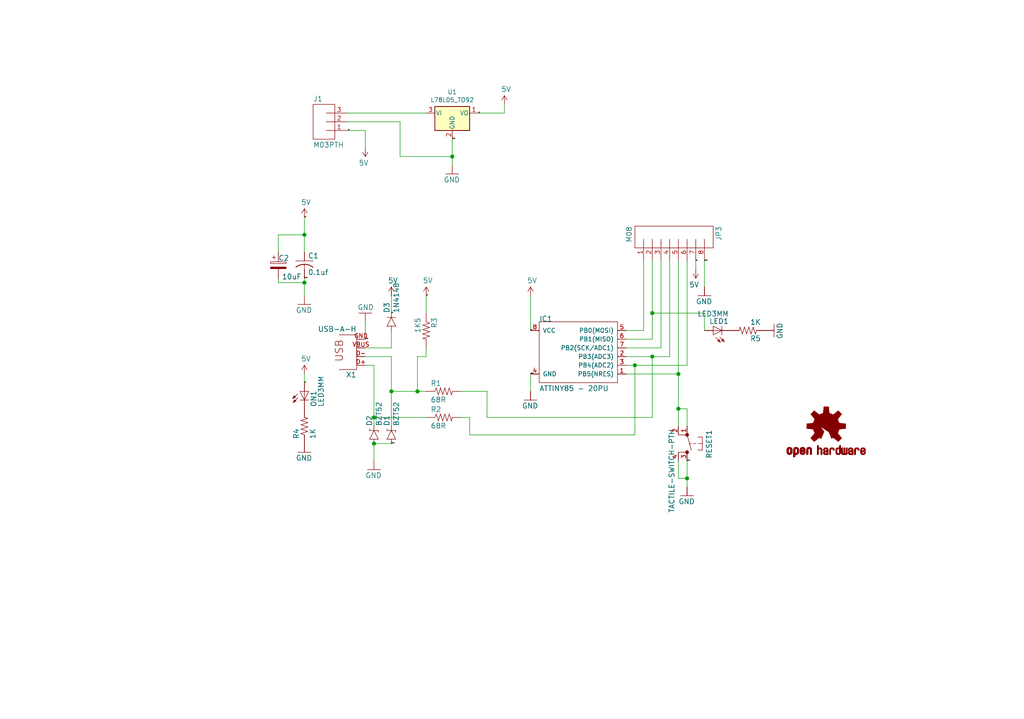
<source format=kicad_sch>
(kicad_sch (version 20200828) (generator eeschema)
  (page 1 1)
  (paper "User" 299.06 210.007)
  (lib_symbols
    (symbol "Device:CP" (pin_numbers hide) (pin_names (offset 0.254))
      (property "Reference" "C" (at 0.635 2.54 0))
      (property "Value" "CP" (at 0.635 -2.54 0))
      (symbol "CP_1_1"
        (pin passive line (at 0 3.81 270) (length 2.794) (name "~") (number "1"))
        (pin passive line (at 0 -3.81 90) (length 2.794) (name "~") (number "2"))
      )
    )
    (symbol "Franzininho-eagle-import:5V" (power) (pin_names (offset 1.016))
      (property "Value" "5V" (at -1.016 3.556 0))
      (symbol "5V_1_0"
        (pin power_in line (at 0 0 90) (length 2.54) (name "5V") (number "1"))
      )
    )
    (symbol "Franzininho-eagle-import:ATTINY45TINY45-20-DIP" (pin_names (offset 1.016))
      (property "Reference" "U" (at -12.7 10.16 0))
      (property "Value" "ATTINY45TINY45-20-DIP" (at -12.7 -10.16 0))
      (symbol "ATTINY45TINY45-20-DIP_1_0"
        (pin unspecified line (at 12.7 -5.08 180) (length 2.54) (name "PB5(NRES)") (number "1"))
        (pin unspecified line (at 12.7 0 180) (length 2.54) (name "PB3(ADC3)") (number "2"))
        (pin unspecified line (at 12.7 -2.54 180) (length 2.54) (name "PB4(ADC2)") (number "3"))
        (pin unspecified line (at -15.24 -5.08 0) (length 2.54) (name "GND") (number "4"))
        (pin unspecified line (at 12.7 7.62 180) (length 2.54) (name "PB0(MOSI)") (number "5"))
        (pin unspecified line (at 12.7 5.08 180) (length 2.54) (name "PB1(MISO)") (number "6"))
        (pin unspecified line (at 12.7 2.54 180) (length 2.54) (name "PB2(SCK/ADC1)") (number "7"))
        (pin unspecified line (at -15.24 7.62 0) (length 2.54) (name "VCC") (number "8"))
      )
    )
    (symbol "Franzininho-eagle-import:C-US025-025X050" (pin_names (offset 1.016))
      (property "Reference" "C" (at 1.016 0.635 0))
      (property "Value" "C-US025-025X050" (at 1.016 -4.191 0))
      (symbol "C-US025-025X050_1_0"
        (pin passive line (at 0 2.54 270) (length 2.54) (name "1") (number "1"))
        (pin passive line (at 0 -5.08 90) (length 2.54) (name "2") (number "2"))
      )
    )
    (symbol "Franzininho-eagle-import:DIODE-ZENER" (pin_names (offset 1.016))
      (property "Reference" "D" (at 2.54 0.4826 0))
      (property "Value" "DIODE-ZENER" (at 2.54 -2.3114 0))
      (symbol "DIODE-ZENER_1_0"
        (pin passive line (at -2.54 0 0) (length 0) (name "A") (number "A"))
        (pin passive line (at 2.54 0 180) (length 0) (name "C") (number "C"))
      )
    )
    (symbol "Franzininho-eagle-import:DIODE1N4148" (pin_names (offset 1.016))
      (property "Reference" "D" (at 2.54 0.4826 0))
      (property "Value" "DIODE1N4148" (at 2.54 -2.3114 0))
      (symbol "DIODE1N4148_1_0"
        (pin passive line (at -2.54 0 0) (length 0) (name "A") (number "A"))
        (pin passive line (at 2.54 0 180) (length 0) (name "C") (number "C"))
      )
    )
    (symbol "Franzininho-eagle-import:GND" (power) (pin_names (offset 1.016))
      (property "Value" "GND" (at -2.54 -2.54 0))
      (symbol "GND_1_0"
        (pin power_in line (at 0 2.54 270) (length 2.54) (name "GND") (number "1"))
      )
    )
    (symbol "Franzininho-eagle-import:LED3MM" (pin_names (offset 1.016))
      (property "Reference" "LED" (at 3.556 -4.572 90))
      (property "Value" "LED3MM" (at 5.715 -4.572 90))
      (symbol "LED3MM_1_0"
        (pin passive line (at 0 2.54 270) (length 2.54) (name "A") (number "A"))
        (pin passive line (at 0 -5.08 90) (length 2.54) (name "C") (number "K"))
      )
    )
    (symbol "Franzininho-eagle-import:M03PTH" (pin_names (offset 1.016))
      (property "Reference" "J" (at -2.54 5.842 0))
      (property "Value" "M03PTH" (at -2.54 -7.62 0))
      (symbol "M03PTH_1_0"
        (pin passive line (at 7.62 -2.54 180) (length 5.08) (name "1") (number "1"))
        (pin passive line (at 7.62 0 180) (length 5.08) (name "2") (number "2"))
        (pin passive line (at 7.62 2.54 180) (length 5.08) (name "3") (number "3"))
      )
    )
    (symbol "Franzininho-eagle-import:M08" (pin_names (offset 1.016))
      (property "Reference" "J" (at -5.08 13.462 0))
      (property "Value" "M08" (at -5.08 -12.7 0))
      (symbol "M08_1_0"
        (pin passive line (at 5.08 -7.62 180) (length 5.08) (name "1") (number "1"))
        (pin passive line (at 5.08 -5.08 180) (length 5.08) (name "2") (number "2"))
        (pin passive line (at 5.08 -2.54 180) (length 5.08) (name "3") (number "3"))
        (pin passive line (at 5.08 0 180) (length 5.08) (name "4") (number "4"))
        (pin passive line (at 5.08 2.54 180) (length 5.08) (name "5") (number "5"))
        (pin passive line (at 5.08 5.08 180) (length 5.08) (name "6") (number "6"))
        (pin passive line (at 5.08 7.62 180) (length 5.08) (name "7") (number "7"))
        (pin passive line (at 5.08 10.16 180) (length 5.08) (name "8") (number "8"))
      )
    )
    (symbol "Franzininho-eagle-import:OSHW-LOGOM" (pin_names (offset 1.016)))
    (symbol "Franzininho-eagle-import:RESISTORPTH-1_4W" (pin_names (offset 1.016))
      (property "Reference" "R" (at -3.81 1.4986 0))
      (property "Value" "RESISTORPTH-1_4W" (at -3.81 -3.302 0))
      (symbol "RESISTORPTH-1_4W_1_0"
        (pin passive line (at -5.08 0 0) (length 2.54) (name "1") (number "P$1"))
        (pin passive line (at 5.08 0 180) (length 2.54) (name "2") (number "P$2"))
      )
    )
    (symbol "Franzininho-eagle-import:TACTILE-SWITCH-PTH" (pin_names (offset 1.016))
      (property "Value" "TACTILE-SWITCH-PTH" (at -4.318 -5.334 0))
      (symbol "TACTILE-SWITCH-PTH_1_0"
        (pin passive line (at -5.08 0 0) (length 2.54) (name "1") (number "1"))
        (pin passive line (at -5.08 -2.54 0) (length 2.54) (name "2") (number "2"))
        (pin passive line (at 5.08 0 180) (length 2.54) (name "3") (number "3"))
        (pin passive line (at 5.08 -2.54 180) (length 2.54) (name "4") (number "4"))
      )
    )
    (symbol "Franzininho-eagle-import:USB-A-H" (pin_names (offset 1.016))
      (property "Reference" "J" (at 0 9.525 0))
      (property "Value" "USB-A-H" (at 0 -3.81 0))
      (symbol "USB-A-H_1_0"
        (text "USB" (at 3.81 0 900) (effects (font (size 2.159 2.159)) (justify left bottom)))
        (pin unspecified line (at -2.54 7.62 0) (length 2.54) (name "D+") (number "D+"))
        (pin unspecified line (at -2.54 5.08 0) (length 2.54) (name "D-") (number "D-"))
        (pin unspecified line (at -2.54 0 0) (length 2.54) (name "GND") (number "GND"))
        (pin unspecified line (at -2.54 2.54 0) (length 2.54) (name "VBUS") (number "VBUS"))
      )
    )
    (symbol "Regulator_Linear:L78L05_TO92" (pin_names (offset 0.254))
      (property "Reference" "U" (at -3.81 3.175 0))
      (property "Value" "L78L05_TO92" (at 0 3.175 0))
      (symbol "L78L05_TO92_1_1"
        (pin power_out line (at 7.62 0 180) (length 2.54) (name "VO") (number "1"))
        (pin power_in line (at 0 -7.62 90) (length 2.54) (name "GND") (number "2"))
        (pin power_in line (at -7.62 0 0) (length 2.54) (name "VI") (number "3"))
      )
    )
  )
  (junction (at 88.9 68.58) (diameter 1.016))
  (junction (at 88.9 82.55) (diameter 1.016))
  (junction (at 109.22 121.92) (diameter 1.016))
  (junction (at 109.22 129.54) (diameter 1.016))
  (junction (at 114.3 114.3) (diameter 1.016))
  (junction (at 121.92 114.3) (diameter 1.016))
  (junction (at 132.08 45.72) (diameter 1.016))
  (junction (at 185.42 106.68) (diameter 1.016))
  (junction (at 190.5 91.44) (diameter 1.016))
  (junction (at 190.5 104.14) (diameter 1.016))
  (junction (at 198.12 109.22) (diameter 1.016))
  (junction (at 198.12 119.38) (diameter 1.016))
  (junction (at 200.66 139.7) (diameter 1.016))
  (wire (pts (xy 81.28 68.58) (xy 88.9 68.58)))
  (wire (pts (xy 81.28 73.66) (xy 81.28 68.58)))
  (wire (pts (xy 81.28 81.28) (xy 81.28 82.55)))
  (wire (pts (xy 81.28 82.55) (xy 88.9 82.55)))
  (wire (pts (xy 88.9 63.5) (xy 88.9 68.58)))
  (wire (pts (xy 88.9 68.58) (xy 88.9 73.66)))
  (wire (pts (xy 88.9 81.28) (xy 88.9 82.55)))
  (wire (pts (xy 88.9 82.55) (xy 88.9 86.36)))
  (wire (pts (xy 88.9 111.76) (xy 88.9 109.22)))
  (wire (pts (xy 101.6 35.56) (xy 116.84 35.56)))
  (wire (pts (xy 101.6 38.1) (xy 106.68 38.1)))
  (wire (pts (xy 106.68 38.1) (xy 106.68 43.18)))
  (wire (pts (xy 106.68 99.06) (xy 106.68 93.98)))
  (wire (pts (xy 106.68 101.6) (xy 114.3 101.6)))
  (wire (pts (xy 106.68 104.14) (xy 114.3 104.14)))
  (wire (pts (xy 106.68 106.68) (xy 109.22 106.68)))
  (wire (pts (xy 109.22 106.68) (xy 109.22 121.92)))
  (wire (pts (xy 109.22 121.92) (xy 124.46 121.92)))
  (wire (pts (xy 109.22 124.46) (xy 109.22 121.92)))
  (wire (pts (xy 109.22 129.54) (xy 109.22 134.62)))
  (wire (pts (xy 114.3 91.44) (xy 114.3 86.36)))
  (wire (pts (xy 114.3 96.52) (xy 114.3 101.6)))
  (wire (pts (xy 114.3 114.3) (xy 114.3 104.14)))
  (wire (pts (xy 114.3 114.3) (xy 121.92 114.3)))
  (wire (pts (xy 114.3 124.46) (xy 114.3 114.3)))
  (wire (pts (xy 114.3 129.54) (xy 109.22 129.54)))
  (wire (pts (xy 116.84 35.56) (xy 116.84 45.72)))
  (wire (pts (xy 116.84 45.72) (xy 132.08 45.72)))
  (wire (pts (xy 121.92 104.14) (xy 124.46 104.14)))
  (wire (pts (xy 121.92 114.3) (xy 121.92 104.14)))
  (wire (pts (xy 121.92 114.3) (xy 124.46 114.3)))
  (wire (pts (xy 124.46 33.02) (xy 101.6 33.02)))
  (wire (pts (xy 124.46 86.36) (xy 124.46 91.44)))
  (wire (pts (xy 124.46 104.14) (xy 124.46 101.6)))
  (wire (pts (xy 132.08 40.64) (xy 132.08 45.72)))
  (wire (pts (xy 132.08 45.72) (xy 132.08 48.26)))
  (wire (pts (xy 134.62 121.92) (xy 137.16 121.92)))
  (wire (pts (xy 137.16 121.92) (xy 137.16 127)))
  (wire (pts (xy 137.16 127) (xy 185.42 127)))
  (wire (pts (xy 142.24 114.3) (xy 134.62 114.3)))
  (wire (pts (xy 142.24 121.92) (xy 142.24 114.3)))
  (wire (pts (xy 147.32 33.02) (xy 139.7 33.02)))
  (wire (pts (xy 147.32 33.02) (xy 147.32 30.48)))
  (wire (pts (xy 154.94 96.52) (xy 154.94 86.36)))
  (wire (pts (xy 154.94 109.22) (xy 154.94 114.3)))
  (wire (pts (xy 182.88 96.52) (xy 187.96 96.52)))
  (wire (pts (xy 182.88 99.06) (xy 190.5 99.06)))
  (wire (pts (xy 182.88 101.6) (xy 193.04 101.6)))
  (wire (pts (xy 182.88 104.14) (xy 190.5 104.14)))
  (wire (pts (xy 182.88 106.68) (xy 185.42 106.68)))
  (wire (pts (xy 182.88 109.22) (xy 198.12 109.22)))
  (wire (pts (xy 185.42 106.68) (xy 185.42 127)))
  (wire (pts (xy 187.96 76.2) (xy 187.96 96.52)))
  (wire (pts (xy 190.5 76.2) (xy 190.5 91.44)))
  (wire (pts (xy 190.5 99.06) (xy 190.5 91.44)))
  (wire (pts (xy 190.5 104.14) (xy 190.5 121.92)))
  (wire (pts (xy 190.5 104.14) (xy 195.58 104.14)))
  (wire (pts (xy 190.5 121.92) (xy 142.24 121.92)))
  (wire (pts (xy 193.04 76.2) (xy 193.04 101.6)))
  (wire (pts (xy 195.58 76.2) (xy 195.58 104.14)))
  (wire (pts (xy 198.12 76.2) (xy 198.12 109.22)))
  (wire (pts (xy 198.12 119.38) (xy 198.12 109.22)))
  (wire (pts (xy 198.12 124.46) (xy 198.12 119.38)))
  (wire (pts (xy 198.12 134.62) (xy 198.12 139.7)))
  (wire (pts (xy 198.12 139.7) (xy 200.66 139.7)))
  (wire (pts (xy 200.66 76.2) (xy 200.66 106.68)))
  (wire (pts (xy 200.66 106.68) (xy 185.42 106.68)))
  (wire (pts (xy 200.66 119.38) (xy 198.12 119.38)))
  (wire (pts (xy 200.66 124.46) (xy 200.66 119.38)))
  (wire (pts (xy 200.66 134.62) (xy 200.66 139.7)))
  (wire (pts (xy 200.66 139.7) (xy 200.66 142.24)))
  (wire (pts (xy 203.2 76.2) (xy 203.2 78.74)))
  (wire (pts (xy 205.74 76.2) (xy 205.74 83.82)))
  (wire (pts (xy 205.74 91.44) (xy 190.5 91.44)))
  (wire (pts (xy 205.74 91.44) (xy 205.74 96.52)))
  (label "5V" (at 88.9 63.5 0) (effects (font (size 0.254 0.254))))
  (label "GND" (at 88.9 81.28 0) (effects (font (size 0.254 0.254))))
  (label "5V" (at 88.9 111.76 0) (effects (font (size 0.254 0.254))))
  (label "5V" (at 101.6 38.1 0) (effects (font (size 0.254 0.254))))
  (label "GND" (at 106.68 99.06 0) (effects (font (size 0.254 0.254))))
  (label "5V" (at 114.3 91.44 0) (effects (font (size 0.254 0.254))))
  (label "GND" (at 114.3 129.54 0) (effects (font (size 0.254 0.254))))
  (label "5V" (at 124.46 86.36 0) (effects (font (size 0.254 0.254))))
  (label "GND" (at 132.08 40.64 0) (effects (font (size 0.254 0.254))))
  (label "5V" (at 139.7 33.02 0) (effects (font (size 0.254 0.254))))
  (label "5V" (at 154.94 96.52 0) (effects (font (size 0.254 0.254))))
  (label "GND" (at 154.94 109.22 0) (effects (font (size 0.254 0.254))))
  (label "GND" (at 200.66 134.62 0) (effects (font (size 0.254 0.254))))
  (label "5V" (at 203.2 76.2 0) (effects (font (size 0.254 0.254))))
  (label "GND" (at 205.74 76.2 0) (effects (font (size 0.254 0.254))))
  (symbol (lib_id "Franzininho-eagle-import:5V") (at 88.9 63.5 0) (unit 1)
    (property "Reference" "#U$05" (effects hide))
    (property "Value" "5V" (at 87.884 59.944 0) (effects (font (size 1.4986 1.4986)) (justify left bottom)))
  )
  (symbol (lib_id "Franzininho-eagle-import:5V") (at 88.9 109.22 0) (unit 1)
    (property "Reference" "#U$07" (effects hide))
    (property "Value" "5V" (at 87.884 105.664 0) (effects (font (size 1.4986 1.4986)) (justify left bottom)))
  )
  (symbol (lib_id "Franzininho-eagle-import:5V") (at 106.68 43.18 180) (unit 1)
    (property "Reference" "#U$08" (effects hide))
    (property "Value" "5V" (at 107.696 46.736 0) (effects (font (size 1.4986 1.4986)) (justify left bottom)))
  )
  (symbol (lib_id "Franzininho-eagle-import:5V") (at 114.3 86.36 0) (unit 1)
    (property "Reference" "#U$01" (effects hide))
    (property "Value" "5V" (at 113.284 82.804 0) (effects (font (size 1.4986 1.4986)) (justify left bottom)))
  )
  (symbol (lib_id "Franzininho-eagle-import:5V") (at 124.46 86.36 0) (unit 1)
    (property "Reference" "#U$03" (effects hide))
    (property "Value" "5V" (at 123.444 82.804 0) (effects (font (size 1.4986 1.4986)) (justify left bottom)))
  )
  (symbol (lib_id "Franzininho-eagle-import:5V") (at 147.32 30.48 0) (unit 1)
    (property "Reference" "#U$06" (effects hide))
    (property "Value" "5V" (at 146.304 26.924 0) (effects (font (size 1.4986 1.4986)) (justify left bottom)))
  )
  (symbol (lib_id "Franzininho-eagle-import:5V") (at 154.94 86.36 0) (unit 1)
    (property "Reference" "#U$02" (effects hide))
    (property "Value" "5V" (at 153.924 82.804 0) (effects (font (size 1.4986 1.4986)) (justify left bottom)))
  )
  (symbol (lib_id "Franzininho-eagle-import:5V") (at 203.2 78.74 180) (unit 1)
    (property "Reference" "#U$04" (effects hide))
    (property "Value" "5V" (at 204.216 82.296 0) (effects (font (size 1.4986 1.4986)) (justify left bottom)))
  )
  (symbol (lib_id "Franzininho-eagle-import:DIODE-ZENER") (at 109.22 127 90) (unit 1)
    (property "Reference" "D2" (at 108.7374 124.46 0) (effects (font (size 1.4986 1.4986)) (justify left bottom)))
    (property "Value" "BZT52" (at 111.5314 124.46 0) (effects (font (size 1.4986 1.4986)) (justify left bottom)))
    (property "Footprint" "Franzininho:DIODE-BZT52" (effects hide))
  )
  (symbol (lib_id "Franzininho-eagle-import:DIODE1N4148") (at 114.3 93.98 90) (unit 1)
    (property "Reference" "D3" (at 113.8174 91.44 0) (effects (font (size 1.4986 1.4986)) (justify left bottom)))
    (property "Value" "1N4148" (at 116.6114 91.44 0) (effects (font (size 1.4986 1.4986)) (justify left bottom)))
    (property "Footprint" "Franzininho:DIODE-1N4148" (effects hide))
  )
  (symbol (lib_id "Franzininho-eagle-import:DIODE-ZENER") (at 114.3 127 90) (unit 1)
    (property "Reference" "D1" (at 113.8174 124.46 0) (effects (font (size 1.4986 1.4986)) (justify left bottom)))
    (property "Value" "BZT52" (at 116.6114 124.46 0) (effects (font (size 1.4986 1.4986)) (justify left bottom)))
    (property "Footprint" "Franzininho:DIODE-BZT52" (effects hide))
  )
  (symbol (lib_id "Franzininho-eagle-import:GND") (at 88.9 88.9 0) (unit 1)
    (property "Reference" "#GND013" (effects hide))
    (property "Value" "GND" (at 86.36 91.44 0) (effects (font (size 1.4986 1.4986)) (justify left bottom)))
  )
  (symbol (lib_id "Franzininho-eagle-import:GND") (at 88.9 132.08 0) (unit 1)
    (property "Reference" "#GND012" (effects hide))
    (property "Value" "GND" (at 86.36 134.62 0) (effects (font (size 1.4986 1.4986)) (justify left bottom)))
  )
  (symbol (lib_id "Franzininho-eagle-import:GND") (at 106.68 91.44 180) (unit 1)
    (property "Reference" "#GND01" (effects hide))
    (property "Value" "GND" (at 109.22 88.9 0) (effects (font (size 1.4986 1.4986)) (justify left bottom)))
  )
  (symbol (lib_id "Franzininho-eagle-import:GND") (at 109.22 137.16 0) (unit 1)
    (property "Reference" "#GND03" (effects hide))
    (property "Value" "GND" (at 106.68 139.7 0) (effects (font (size 1.4986 1.4986)) (justify left bottom)))
  )
  (symbol (lib_id "Franzininho-eagle-import:GND") (at 132.08 50.8 0) (unit 1)
    (property "Reference" "#GND07" (effects hide))
    (property "Value" "GND" (at 129.54 53.34 0) (effects (font (size 1.4986 1.4986)) (justify left bottom)))
  )
  (symbol (lib_id "Franzininho-eagle-import:GND") (at 154.94 116.84 0) (unit 1)
    (property "Reference" "#GND02" (effects hide))
    (property "Value" "GND" (at 152.4 119.38 0) (effects (font (size 1.4986 1.4986)) (justify left bottom)))
  )
  (symbol (lib_id "Franzininho-eagle-import:GND") (at 200.66 144.78 0) (unit 1)
    (property "Reference" "#GND05" (effects hide))
    (property "Value" "GND" (at 198.12 147.32 0) (effects (font (size 1.4986 1.4986)) (justify left bottom)))
  )
  (symbol (lib_id "Franzininho-eagle-import:GND") (at 205.74 86.36 0) (unit 1)
    (property "Reference" "#GND04" (effects hide))
    (property "Value" "GND" (at 203.2 88.9 0) (effects (font (size 1.4986 1.4986)) (justify left bottom)))
  )
  (symbol (lib_id "Franzininho-eagle-import:GND") (at 226.06 96.52 90) (unit 1)
    (property "Reference" "#GND06" (effects hide))
    (property "Value" "GND" (at 228.6 99.06 0) (effects (font (size 1.4986 1.4986)) (justify left bottom)))
  )
  (symbol (lib_id "Franzininho-eagle-import:RESISTORPTH-1_4W") (at 88.9 124.46 90) (unit 1)
    (property "Reference" "R4" (at 87.4014 128.27 0) (effects (font (size 1.4986 1.4986)) (justify left bottom)))
    (property "Value" "1K" (at 92.202 128.27 0) (effects (font (size 1.4986 1.4986)) (justify left bottom)))
    (property "Footprint" "Franzininho:AXIAL-0.4" (effects hide))
  )
  (symbol (lib_id "Franzininho-eagle-import:RESISTORPTH-1_4W") (at 124.46 96.52 270) (unit 1)
    (property "Reference" "R3" (at 125.9586 92.71 0) (effects (font (size 1.4986 1.4986)) (justify left bottom)))
    (property "Value" "1K5" (at 121.158 92.71 0) (effects (font (size 1.4986 1.4986)) (justify left bottom)))
    (property "Footprint" "Franzininho:AXIAL-0.4" (effects hide))
  )
  (symbol (lib_id "Franzininho-eagle-import:RESISTORPTH-1_4W") (at 129.54 114.3 0) (unit 1)
    (property "Reference" "R1" (at 125.73 112.8014 0) (effects (font (size 1.4986 1.4986)) (justify left bottom)))
    (property "Value" "68R" (at 125.73 117.602 0) (effects (font (size 1.4986 1.4986)) (justify left bottom)))
    (property "Footprint" "Franzininho:AXIAL-0.4" (effects hide))
  )
  (symbol (lib_id "Franzininho-eagle-import:RESISTORPTH-1_4W") (at 129.54 121.92 0) (unit 1)
    (property "Reference" "R2" (at 125.73 120.4214 0) (effects (font (size 1.4986 1.4986)) (justify left bottom)))
    (property "Value" "68R" (at 125.73 125.222 0) (effects (font (size 1.4986 1.4986)) (justify left bottom)))
    (property "Footprint" "Franzininho:AXIAL-0.4" (effects hide))
  )
  (symbol (lib_id "Franzininho-eagle-import:RESISTORPTH-1_4W") (at 218.44 96.52 180) (unit 1)
    (property "Reference" "R5" (at 222.25 98.0186 0) (effects (font (size 1.4986 1.4986)) (justify left bottom)))
    (property "Value" "1K" (at 222.25 93.218 0) (effects (font (size 1.4986 1.4986)) (justify left bottom)))
    (property "Footprint" "Franzininho:AXIAL-0.4" (effects hide))
  )
  (symbol (lib_id "Device:CP") (at 81.28 77.47 0) (unit 1)
    (property "Reference" "C2" (at 81.28 76.2 0) (effects (font (size 1.4986 1.4986)) (justify left bottom)))
    (property "Value" "10uF" (at 82.296 81.661 0) (effects (font (size 1.4986 1.4986)) (justify left bottom)))
    (property "Footprint" "Capacitors_THT:CP_Radial_D5.0mm_P2.50mm" (effects hide))
  )
  (symbol (lib_id "Franzininho-eagle-import:LED3MM") (at 88.9 114.3 0) (unit 1)
    (property "Reference" "ON1" (at 92.456 118.872 90) (effects (font (size 1.4986 1.4986)) (justify left bottom)))
    (property "Value" "LED3MM" (at 94.615 118.872 90) (effects (font (size 1.4986 1.4986)) (justify left bottom)))
    (property "Footprint" "Franzininho:LED3MM" (effects hide))
  )
  (symbol (lib_id "Franzininho-eagle-import:LED3MM") (at 208.28 96.52 90) (unit 1)
    (property "Reference" "LED1" (at 212.852 92.964 90) (effects (font (size 1.4986 1.4986)) (justify left bottom)))
    (property "Value" "LED3MM" (at 212.852 90.805 90) (effects (font (size 1.4986 1.4986)) (justify left bottom)))
    (property "Footprint" "Franzininho:LED3MM" (effects hide))
  )
  (symbol (lib_id "Franzininho-eagle-import:C-US025-025X050") (at 88.9 76.2 0) (unit 1)
    (property "Reference" "C1" (at 89.916 75.565 0) (effects (font (size 1.4986 1.4986)) (justify left bottom)))
    (property "Value" "0.1uf" (at 89.916 80.391 0) (effects (font (size 1.4986 1.4986)) (justify left bottom)))
    (property "Footprint" "Franzininho:C025-025X050" (effects hide))
  )
  (symbol (lib_id "Franzininho-eagle-import:TACTILE-SWITCH-PTH") (at 200.66 129.54 270) (unit 1)
    (property "Reference" "RESET1" (at 206.248 125.476 0) (effects (font (size 1.4986 1.4986)) (justify left bottom)))
    (property "Value" "TACTILE-SWITCH-PTH" (at 195.326 125.222 0) (effects (font (size 1.4986 1.4986)) (justify left bottom)))
    (property "Footprint" "Franzininho:TAC-SWITCH-PTH" (effects hide))
  )
  (symbol (lib_id "Franzininho-eagle-import:USB-A-H") (at 104.14 99.06 180) (unit 1)
    (property "Reference" "X1" (at 104.14 108.585 0) (effects (font (size 1.4986 1.4986)) (justify left bottom)))
    (property "Value" "USB-A-H" (at 104.14 95.25 0) (effects (font (size 1.4986 1.4986)) (justify left bottom)))
    (property "Footprint" "Franzininho:USB-A-H" (effects hide))
  )
  (symbol (lib_id "Franzininho-eagle-import:M03PTH") (at 93.98 35.56 0) (unit 1)
    (property "Reference" "J1" (at 91.44 29.718 0) (effects (font (size 1.4986 1.4986)) (justify left bottom)))
    (property "Value" "M03PTH" (at 91.44 43.18 0) (effects (font (size 1.4986 1.4986)) (justify left bottom)))
    (property "Footprint" "Franzininho:1X03" (effects hide))
  )
  (symbol (lib_id "Regulator_Linear:L78L05_TO92") (at 132.08 33.02 0) (unit 1)
    (property "Reference" "U1" (at 132.08 26.8732 0))
    (property "Value" "L78L05_TO92" (at 132.08 29.1846 0))
    (property "Footprint" "library:TO-92_Inline_Wide" (effects hide))
    (property "Datasheet" "http://www.st.com/content/ccc/resource/technical/document/datasheet/15/55/e5/aa/23/5b/43/fd/CD00000446.pdf/files/CD00000446.pdf/jcr:content/translations/en.CD00000446.pdf" (effects hide))
  )
  (symbol (lib_id "Franzininho-eagle-import:M08") (at 195.58 71.12 270) (unit 1)
    (property "Reference" "JP3" (at 209.042 66.04 0) (effects (font (size 1.4986 1.4986)) (justify left bottom)))
    (property "Value" "M08" (at 182.88 66.04 0) (effects (font (size 1.4986 1.4986)) (justify left bottom)))
    (property "Footprint" "Franzininho:1X08_ROUND" (effects hide))
  )
  (symbol (lib_id "Franzininho-eagle-import:OSHW-LOGOM") (at 241.3 124.46 0) (unit 1)
    (property "Reference" "LOGO1" (effects hide))
    (property "Value" "OSHW-LOGOM" (effects hide))
    (property "Footprint" "Franzininho:OSHW-LOGO-M" (effects hide))
  )
  (symbol (lib_id "Franzininho-eagle-import:ATTINY45TINY45-20-DIP") (at 170.18 104.14 0) (unit 1)
    (property "Reference" "IC1" (at 157.48 93.98 0) (effects (font (size 1.4986 1.4986)) (justify left bottom)))
    (property "Value" "ATTINY85 - 20PU" (at 157.48 114.3 0) (effects (font (size 1.4986 1.4986)) (justify left bottom)))
    (property "Footprint" "Housings_DIP:DIP-8_W7.62mm_Socket_LongPads" (effects hide))
  )
)
</source>
